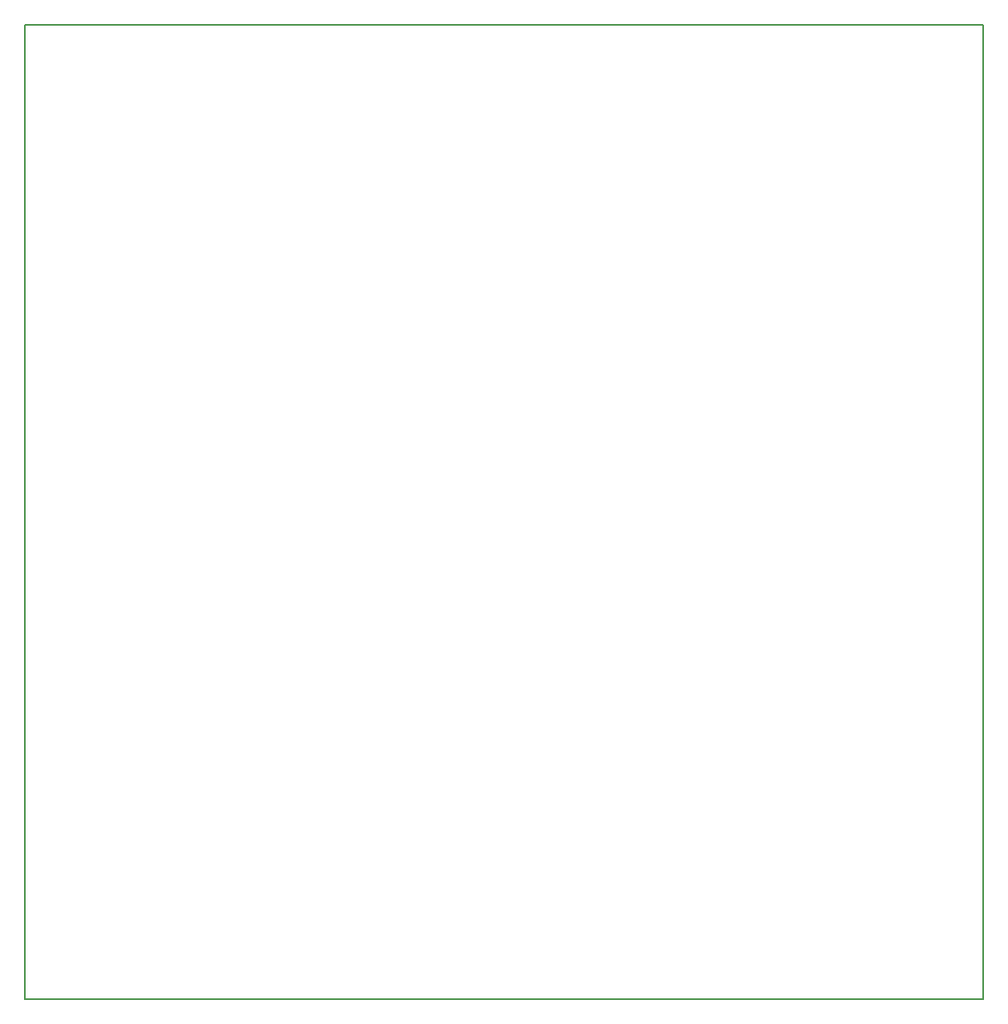
<source format=gbr>
G04 #@! TF.GenerationSoftware,KiCad,Pcbnew,5.1.2*
G04 #@! TF.CreationDate,2019-06-17T23:14:19+02:00*
G04 #@! TF.ProjectId,plastik,706c6173-7469-46b2-9e6b-696361645f70,rev?*
G04 #@! TF.SameCoordinates,Original*
G04 #@! TF.FileFunction,Profile,NP*
%FSLAX46Y46*%
G04 Gerber Fmt 4.6, Leading zero omitted, Abs format (unit mm)*
G04 Created by KiCad (PCBNEW 5.1.2) date 2019-06-17 23:14:19*
%MOMM*%
%LPD*%
G04 APERTURE LIST*
%ADD10C,0.150000*%
G04 APERTURE END LIST*
D10*
X186500000Y-136500000D02*
X88500000Y-136500000D01*
X186500000Y-37000000D02*
X186500000Y-136500000D01*
X88500000Y-37000000D02*
X186500000Y-37000000D01*
X88500000Y-136500000D02*
X88500000Y-37000000D01*
M02*

</source>
